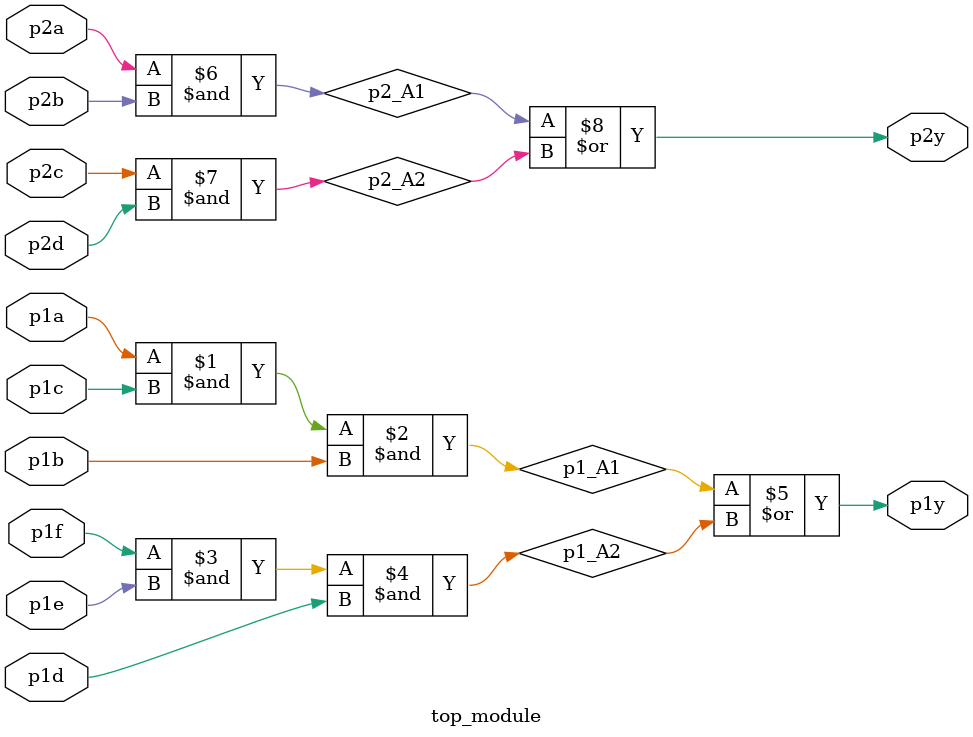
<source format=v>
module top_module ( 
    input p1a, p1b, p1c, p1d, p1e, p1f,
    output p1y,
    input p2a, p2b, p2c, p2d,
    output p2y );
    
    wire p1_A1, p1_A2;
    assign p1_A1 = p1a & p1c & p1b;
    assign p1_A2 = p1f & p1e & p1d;
    assign p1y = p1_A1 | p1_A2;
    
    wire p2_A1, p2_A2;
    assign p2_A1 = p2a & p2b;
    assign p2_A2 = p2c & p2d;
    assign p2y = p2_A1 | p2_A2;
    
endmodule
</source>
